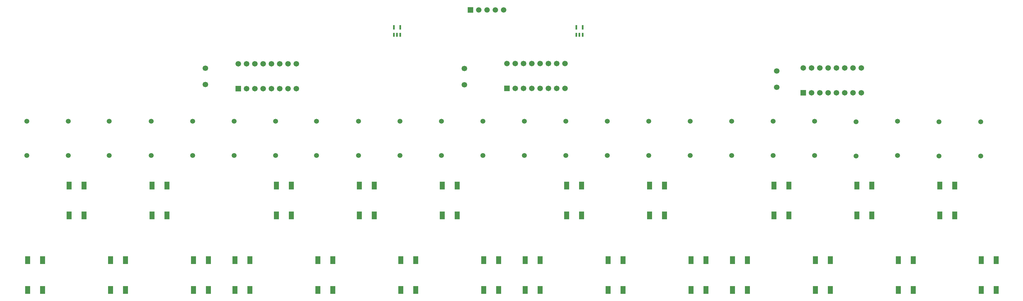
<source format=gts>
G04 Layer: TopSolderMaskLayer*
G04 EasyEDA v6.5.43, 2024-08-15 14:15:18*
G04 cb6e2e9fbd21486d88ae5690d2d3dc00,10*
G04 Gerber Generator version 0.2*
G04 Scale: 100 percent, Rotated: No, Reflected: No *
G04 Dimensions in millimeters *
G04 leading zeros omitted , absolute positions ,4 integer and 5 decimal *
%FSLAX45Y45*%
%MOMM*%

%AMMACRO1*4,1,8,-0.7711,-1.2008,-0.8008,-1.171,-0.8008,1.1711,-0.7711,1.2008,0.771,1.2008,0.8008,1.1711,0.8008,-1.171,0.771,-1.2008,-0.7711,-1.2008,0*%
%AMMACRO2*4,1,8,-0.8211,-0.8508,-0.8508,-0.821,-0.8508,0.8211,-0.8211,0.8508,0.821,0.8508,0.8508,0.8211,0.8508,-0.821,0.821,-0.8508,-0.8211,-0.8508,0*%
%AMMACRO3*4,1,8,-0.2661,-0.6293,-0.2958,-0.5995,-0.2958,0.5996,-0.2661,0.6293,0.266,0.6293,0.2958,0.5996,0.2958,-0.5995,0.266,-0.6293,-0.2661,-0.6293,0*%
%AMMACRO4*4,1,8,-0.2661,-0.6383,-0.2958,-0.6085,-0.2958,0.6086,-0.2661,0.6383,0.266,0.6383,0.2958,0.6086,0.2958,-0.6085,0.266,-0.6383,-0.2661,-0.6383,0*%
%AMMACRO5*4,1,8,-0.8085,-0.8382,-0.8382,-0.8084,-0.8382,0.8085,-0.8085,0.8382,0.8084,0.8382,0.8382,0.8085,0.8382,-0.8084,0.8084,-0.8382,-0.8085,-0.8382,0*%
%ADD10C,1.7000*%
%ADD11MACRO1*%
%ADD12C,1.7016*%
%ADD13MACRO2*%
%ADD14MACRO3*%
%ADD15MACRO4*%
%ADD16C,1.6764*%
%ADD17MACRO5*%
%ADD18C,1.5016*%

%LPD*%
D10*
G01*
X5981700Y4322013D03*
G01*
X5981700Y4822012D03*
G01*
X13914958Y4309313D03*
G01*
X13914958Y4809312D03*
D11*
G01*
X9877005Y-1069009D03*
G01*
X9876980Y-1978990D03*
G01*
X9426994Y-1069009D03*
G01*
X9426994Y-1978990D03*
G01*
X11147005Y1216990D03*
G01*
X11146980Y307009D03*
G01*
X10696994Y1216990D03*
G01*
X10696994Y307009D03*
G01*
X12417005Y-1069009D03*
G01*
X12416980Y-1978990D03*
G01*
X11966994Y-1069009D03*
G01*
X11966994Y-1978990D03*
G01*
X13687005Y1216990D03*
G01*
X13686980Y307009D03*
G01*
X13236994Y1216990D03*
G01*
X13236994Y307009D03*
G01*
X14957005Y-1069009D03*
G01*
X14956980Y-1978990D03*
G01*
X14506994Y-1069009D03*
G01*
X14506994Y-1978990D03*
G01*
X16227005Y-1069009D03*
G01*
X16226980Y-1978990D03*
G01*
X15776994Y-1069009D03*
G01*
X15776994Y-1978990D03*
G01*
X17497005Y1216990D03*
G01*
X17496980Y307009D03*
G01*
X17046994Y1216990D03*
G01*
X17046994Y307009D03*
G01*
X18767005Y-1069009D03*
G01*
X18766980Y-1978990D03*
G01*
X18316994Y-1069009D03*
G01*
X18316994Y-1978990D03*
G01*
X20037005Y1216990D03*
G01*
X20036980Y307009D03*
G01*
X19586994Y1216990D03*
G01*
X19586994Y307009D03*
G01*
X21307005Y-1069009D03*
G01*
X21306980Y-1978990D03*
G01*
X20856994Y-1069009D03*
G01*
X20856994Y-1978990D03*
G01*
X22577005Y-1069009D03*
G01*
X22576980Y-1978990D03*
G01*
X22126994Y-1069009D03*
G01*
X22126994Y-1978990D03*
G01*
X23847005Y1216990D03*
G01*
X23846980Y307009D03*
G01*
X23396994Y1216990D03*
G01*
X23396994Y307009D03*
G01*
X25117005Y-1069009D03*
G01*
X25116980Y-1978990D03*
G01*
X24666994Y-1069009D03*
G01*
X24666994Y-1978990D03*
G01*
X26387005Y1216990D03*
G01*
X26386980Y307009D03*
G01*
X25936994Y1216990D03*
G01*
X25936994Y307009D03*
G01*
X27657005Y-1069009D03*
G01*
X27656980Y-1978990D03*
G01*
X27206994Y-1069009D03*
G01*
X27206994Y-1978990D03*
G01*
X28927005Y1216990D03*
G01*
X28926980Y307009D03*
G01*
X28476994Y1216990D03*
G01*
X28476994Y307009D03*
G01*
X30197005Y-1069009D03*
G01*
X30196980Y-1978990D03*
G01*
X29746994Y-1069009D03*
G01*
X29746994Y-1978990D03*
G01*
X987005Y-1069009D03*
G01*
X986980Y-1978990D03*
G01*
X536994Y-1069009D03*
G01*
X536994Y-1978990D03*
G01*
X2257005Y1216990D03*
G01*
X2256980Y307009D03*
G01*
X1806994Y1216990D03*
G01*
X1806994Y307009D03*
G01*
X3527005Y-1069009D03*
G01*
X3526980Y-1978990D03*
G01*
X3076994Y-1069009D03*
G01*
X3076994Y-1978990D03*
G01*
X4797005Y1216990D03*
G01*
X4796980Y307009D03*
G01*
X4346994Y1216990D03*
G01*
X4346994Y307009D03*
G01*
X6067005Y-1069009D03*
G01*
X6066980Y-1978990D03*
G01*
X5616994Y-1069009D03*
G01*
X5616994Y-1978990D03*
G01*
X7337005Y-1069009D03*
G01*
X7336980Y-1978990D03*
G01*
X6886994Y-1069009D03*
G01*
X6886994Y-1978990D03*
G01*
X8607005Y1216990D03*
G01*
X8606980Y307009D03*
G01*
X8156994Y1216990D03*
G01*
X8156994Y307009D03*
D10*
G01*
X23482300Y4233113D03*
G01*
X23482300Y4733112D03*
D12*
G01*
X6985000Y4953000D03*
G01*
X7239000Y4953000D03*
G01*
X7493000Y4953000D03*
G01*
X7747000Y4953000D03*
G01*
X8001000Y4953000D03*
G01*
X8255000Y4953000D03*
G01*
X8509000Y4953000D03*
G01*
X8763000Y4953000D03*
G01*
X8763000Y4191000D03*
G01*
X8509000Y4191000D03*
G01*
X8255000Y4191000D03*
G01*
X8001000Y4191000D03*
G01*
X7747000Y4191000D03*
G01*
X7493000Y4191000D03*
G01*
X7239000Y4191000D03*
D13*
G01*
X6984992Y4191002D03*
D12*
G01*
X15214600Y4965700D03*
G01*
X15468600Y4965700D03*
G01*
X15722600Y4965700D03*
G01*
X15976600Y4965700D03*
G01*
X16230600Y4965700D03*
G01*
X16484600Y4965700D03*
G01*
X16738600Y4965700D03*
G01*
X16992600Y4965700D03*
G01*
X16992600Y4203700D03*
G01*
X16738600Y4203700D03*
G01*
X16484600Y4203700D03*
G01*
X16230600Y4203700D03*
G01*
X15976600Y4203700D03*
G01*
X15722600Y4203700D03*
G01*
X15468600Y4203700D03*
D13*
G01*
X15214592Y4203702D03*
D12*
G01*
X24295100Y4826000D03*
G01*
X24549100Y4826000D03*
G01*
X24803100Y4826000D03*
G01*
X25057100Y4826000D03*
G01*
X25311100Y4826000D03*
G01*
X25565100Y4826000D03*
G01*
X25819100Y4826000D03*
G01*
X26073100Y4826000D03*
G01*
X26073100Y4064000D03*
G01*
X25819100Y4064000D03*
G01*
X25565100Y4064000D03*
G01*
X25311100Y4064000D03*
G01*
X25057100Y4064000D03*
G01*
X24803100Y4064000D03*
G01*
X24549100Y4064000D03*
D13*
G01*
X24295092Y4064002D03*
D14*
G01*
X17342104Y5840933D03*
G01*
X17437100Y5840933D03*
G01*
X17532095Y5840933D03*
D15*
G01*
X17532095Y6071666D03*
G01*
X17342104Y6071666D03*
D14*
G01*
X11754104Y5840933D03*
G01*
X11849100Y5840933D03*
G01*
X11944095Y5840933D03*
D15*
G01*
X11944095Y6071666D03*
G01*
X11754104Y6071666D03*
D16*
G01*
X15113000Y6604000D03*
G01*
X14859000Y6604000D03*
G01*
X14605000Y6604000D03*
G01*
X14351000Y6604000D03*
D17*
G01*
X14097000Y6604000D03*
D18*
G01*
X10668000Y3191992D03*
G01*
X10668000Y2142007D03*
G01*
X11938000Y3191992D03*
G01*
X11938000Y2142007D03*
G01*
X13208000Y3191992D03*
G01*
X13208000Y2142007D03*
G01*
X14478000Y3191992D03*
G01*
X14478000Y2142007D03*
G01*
X15748000Y3191992D03*
G01*
X15748000Y2142007D03*
G01*
X17018000Y3191992D03*
G01*
X17018000Y2142007D03*
G01*
X18288000Y3191992D03*
G01*
X18288000Y2142007D03*
G01*
X19558000Y3191992D03*
G01*
X19558000Y2142007D03*
G01*
X20828000Y3191992D03*
G01*
X20828000Y2142007D03*
G01*
X22098000Y3191992D03*
G01*
X22098000Y2142007D03*
G01*
X23368000Y3191992D03*
G01*
X23368000Y2142007D03*
G01*
X24638000Y3191992D03*
G01*
X24638000Y2142007D03*
G01*
X25908000Y3179292D03*
G01*
X25908000Y2129307D03*
G01*
X29730700Y3179292D03*
G01*
X29730700Y2129307D03*
G01*
X28448000Y3179292D03*
G01*
X28448000Y2129307D03*
G01*
X27178000Y3191992D03*
G01*
X27178000Y2142007D03*
G01*
X8128000Y2142007D03*
G01*
X8128000Y3191992D03*
G01*
X6858000Y2142007D03*
G01*
X6858000Y3191992D03*
G01*
X5588000Y2142007D03*
G01*
X5588000Y3191992D03*
G01*
X4318000Y2142007D03*
G01*
X4318000Y3191992D03*
G01*
X3035300Y2142007D03*
G01*
X3035300Y3191992D03*
G01*
X1778000Y2142007D03*
G01*
X1778000Y3191992D03*
G01*
X508000Y2142007D03*
G01*
X508000Y3191992D03*
G01*
X9385300Y2142007D03*
G01*
X9385300Y3191992D03*
M02*

</source>
